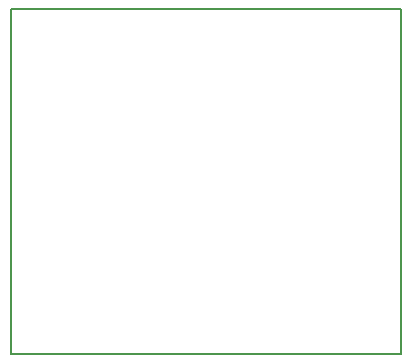
<source format=gm1>
%TF.GenerationSoftware,KiCad,Pcbnew,4.0.2+dfsg1-stable*%
%TF.CreationDate,2018-11-15T01:04:14+01:00*%
%TF.ProjectId,A600MPU-Adapter,413630304D50552D416461707465722E,rev?*%
%TF.FileFunction,Profile,NP*%
%FSLAX46Y46*%
G04 Gerber Fmt 4.6, Leading zero omitted, Abs format (unit mm)*
G04 Created by KiCad (PCBNEW 4.0.2+dfsg1-stable) date Thu 15 Nov 2018 01:04:14 CET*
%MOMM*%
G01*
G04 APERTURE LIST*
%ADD10C,0.100000*%
%ADD11C,0.150000*%
G04 APERTURE END LIST*
D10*
D11*
X142240000Y-120650000D02*
X142240000Y-91440000D01*
X175260000Y-120650000D02*
X142240000Y-120650000D01*
X175260000Y-91440000D02*
X175260000Y-120650000D01*
X142240000Y-91440000D02*
X175260000Y-91440000D01*
M02*

</source>
